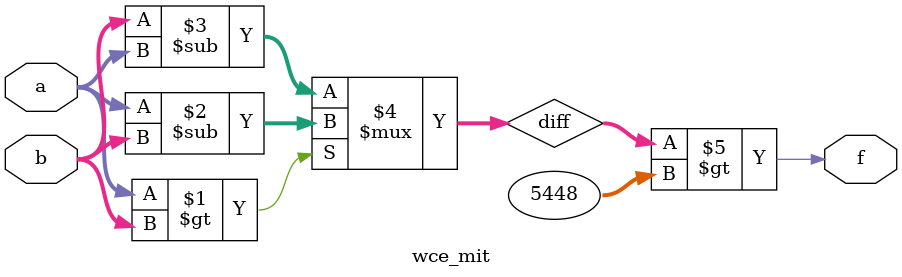
<source format=v>
module wce_mit(a, b, f);
parameter _bit = 33;
parameter wce = 5448;
input [_bit - 1: 0] a;
input [_bit - 1: 0] b;
output f;
wire [_bit - 1: 0] diff;
assign diff = (a > b)? (a - b): (b - a);
assign f = (diff > wce);
endmodule

</source>
